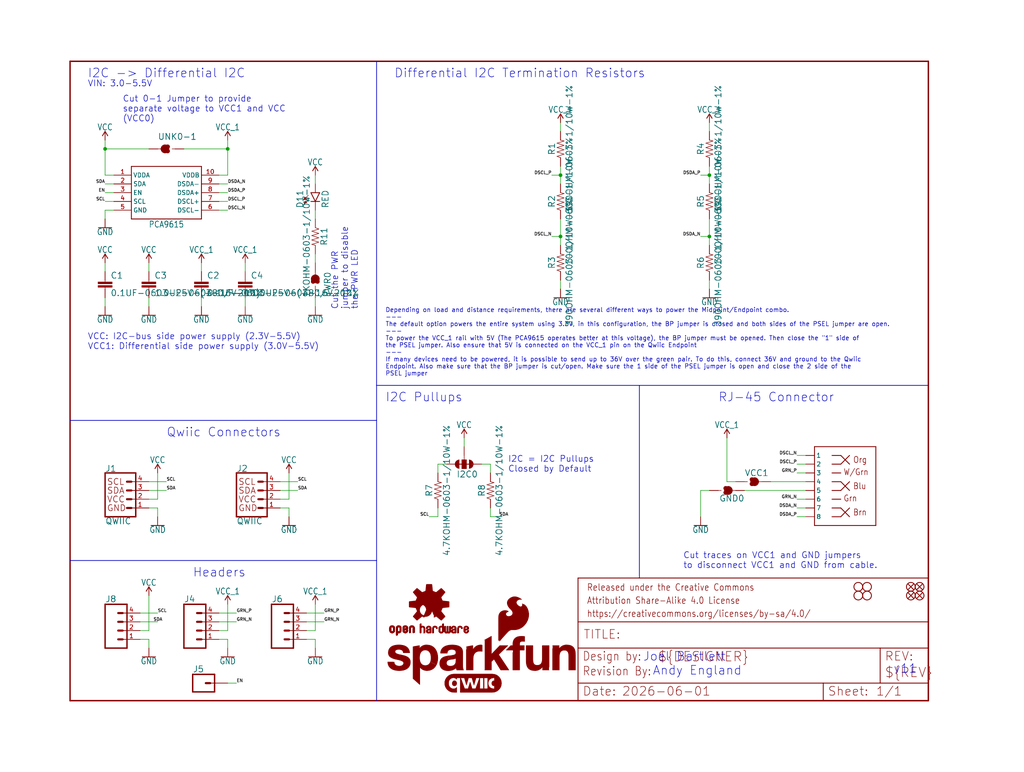
<source format=kicad_sch>
(kicad_sch (version 20230121) (generator eeschema)
  (paper "User" 297.002 223.926)
  (lib_symbols
    (symbol "SparkFun_QwiicBus_Endpoint-eagle-import:0.1UF-0603-25V-(+80/-20%)"
      (property "Reference" "C" (at 1.524 2.921 0))
      (symbol "0.1UF-0603-25V-(+80/-20%)_1_0"
        (pin passive line (at 0 5.08 270) (length 2.54) (name "1") (number "1"))
        (pin passive line (at 0 -2.54 90) (length 2.54) (name "2") (number "2"))
      )
    )
    (symbol "SparkFun_QwiicBus_Endpoint-eagle-import:1.0UF-0603-16V-10%"
      (property "Reference" "C" (at 1.524 2.921 0))
      (symbol "1.0UF-0603-16V-10%_1_0"
        (pin passive line (at 0 5.08 270) (length 2.54) (name "1") (number "1"))
        (pin passive line (at 0 -2.54 90) (length 2.54) (name "2") (number "2"))
      )
    )
    (symbol "SparkFun_QwiicBus_Endpoint-eagle-import:100OHM-0603-1/10W-1%"
      (property "Reference" "R" (at 0 1.524 0))
      (symbol "100OHM-0603-1/10W-1%_1_0"
        (pin passive line (at -5.08 0 0) (length 2.54) (name "1") (number "1"))
        (pin passive line (at 5.08 0 180) (length 2.54) (name "2") (number "2"))
      )
    )
    (symbol "SparkFun_QwiicBus_Endpoint-eagle-import:1KOHM-0603-1/10W-1%"
      (property "Reference" "R" (at 0 1.524 0))
      (symbol "1KOHM-0603-1/10W-1%_1_0"
        (pin passive line (at -5.08 0 0) (length 2.54) (name "1") (number "1"))
        (pin passive line (at 5.08 0 180) (length 2.54) (name "2") (number "2"))
      )
    )
    (symbol "SparkFun_QwiicBus_Endpoint-eagle-import:390OHM-0603-1/10W-1%"
      (property "Reference" "R" (at 0 1.524 0))
      (symbol "390OHM-0603-1/10W-1%_1_0"
        (pin passive line (at -5.08 0 0) (length 2.54) (name "1") (number "1"))
        (pin passive line (at 5.08 0 180) (length 2.54) (name "2") (number "2"))
      )
    )
    (symbol "SparkFun_QwiicBus_Endpoint-eagle-import:4.7KOHM-0603-1/10W-1%"
      (property "Reference" "R" (at 0 1.524 0))
      (symbol "4.7KOHM-0603-1/10W-1%_1_0"
        (pin passive line (at -5.08 0 0) (length 2.54) (name "1") (number "1"))
        (pin passive line (at 5.08 0 180) (length 2.54) (name "2") (number "2"))
      )
    )
    (symbol "SparkFun_QwiicBus_Endpoint-eagle-import:CONN_01PTH_NO_SILK_YES_STOP"
      (property "Reference" "J" (at -2.54 3.048 0))
      (symbol "CONN_01PTH_NO_SILK_YES_STOP_1_0"
        (pin passive line (at 7.62 0 180) (length 5.08) (name "1") (number "1"))
      )
    )
    (symbol "SparkFun_QwiicBus_Endpoint-eagle-import:CONN_041X04_NO_SILK"
      (property "Reference" "J" (at -5.08 8.128 0))
      (symbol "CONN_041X04_NO_SILK_1_0"
        (pin passive line (at 5.08 -2.54 180) (length 5.08) (name "1") (number "1"))
        (pin passive line (at 5.08 0 180) (length 5.08) (name "2") (number "2"))
        (pin passive line (at 5.08 2.54 180) (length 5.08) (name "3") (number "3"))
        (pin passive line (at 5.08 5.08 180) (length 5.08) (name "4") (number "4"))
      )
    )
    (symbol "SparkFun_QwiicBus_Endpoint-eagle-import:FIDUCIALUFIDUCIAL")
    (symbol "SparkFun_QwiicBus_Endpoint-eagle-import:FRAME-LETTER"
      (symbol "FRAME-LETTER_2_0"
        (text "${#}/${##}" (at 86.36 1.27 0) (effects (font (size 2.54 2.54)) (justify left bottom)))
        (text "${CURRENT_DATE}" (at 12.7 1.27 0) (effects (font (size 2.54 2.54)) (justify left bottom)))
        (text "${DESIGNER}" (at 23.114 11.176 0) (effects (font (size 2.7432 2.7432)) (justify left bottom)))
        (text "${PROJECTNAME}" (at 15.494 17.78 0) (effects (font (size 2.7432 2.7432)) (justify left bottom)))
        (text "${REV}" (at 88.9 6.604 0) (effects (font (size 2.7432 2.7432)) (justify left bottom)))
        (text "Attribution Share-Alike 4.0 License" (at 2.54 27.94 0) (effects (font (size 1.9304 1.6408)) (justify left bottom)))
        (text "Date:" (at 1.27 1.27 0) (effects (font (size 2.54 2.54)) (justify left bottom)))
        (text "Design by:" (at 1.27 11.43 0) (effects (font (size 2.54 2.159)) (justify left bottom)))
        (text "https://creativecommons.org/licenses/by-sa/4.0/" (at 2.54 24.13 0) (effects (font (size 1.9304 1.6408)) (justify left bottom)))
        (text "Released under the Creative Commons" (at 2.54 31.75 0) (effects (font (size 1.9304 1.6408)) (justify left bottom)))
        (text "REV:" (at 88.9 11.43 0) (effects (font (size 2.54 2.54)) (justify left bottom)))
        (text "Sheet:" (at 72.39 1.27 0) (effects (font (size 2.54 2.54)) (justify left bottom)))
        (text "TITLE:" (at 1.524 17.78 0) (effects (font (size 2.54 2.54)) (justify left bottom)))
      )
    )
    (symbol "SparkFun_QwiicBus_Endpoint-eagle-import:GND" (power)
      (property "Value" "GND" (at 0 -0.254 0))
      (symbol "GND_1_0"
        (pin power_in line (at 0 2.54 270) (length 2.54) (name "GND") (number "1"))
      )
    )
    (symbol "SparkFun_QwiicBus_Endpoint-eagle-import:JUMPER-SMT_2_NC_TRACE_SILK"
      (property "Reference" "JP" (at -2.54 2.54 0))
      (symbol "JUMPER-SMT_2_NC_TRACE_SILK_1_0"
        (pin passive line (at -5.08 0 0) (length 2.54) (name "1") (number "1"))
        (pin passive line (at 5.08 0 180) (length 2.54) (name "2") (number "2"))
      )
    )
    (symbol "SparkFun_QwiicBus_Endpoint-eagle-import:JUMPER-SMT_3_2-NC_TRACE_SILK"
      (property "Reference" "JP" (at 2.54 0.381 0))
      (symbol "JUMPER-SMT_3_2-NC_TRACE_SILK_1_0"
        (pin passive line (at 0 5.08 270) (length 2.54) (name "1") (number "1"))
        (pin passive line (at -5.08 0 0) (length 2.54) (name "2") (number "2"))
        (pin passive line (at 0 -5.08 90) (length 2.54) (name "3") (number "3"))
      )
    )
    (symbol "SparkFun_QwiicBus_Endpoint-eagle-import:LED-RED0603"
      (property "Reference" "D" (at -3.429 -4.572 90))
      (symbol "LED-RED0603_1_0"
        (pin passive line (at 0 2.54 270) (length 2.54) (name "A") (number "A"))
        (pin passive line (at 0 -5.08 90) (length 2.54) (name "C") (number "C"))
      )
    )
    (symbol "SparkFun_QwiicBus_Endpoint-eagle-import:OSHW-LOGOM")
    (symbol "SparkFun_QwiicBus_Endpoint-eagle-import:PCA9615"
      (symbol "PCA9615_1_0"
        (pin bidirectional line (at -15.24 5.08 0) (length 5.08) (name "VDDA") (number "1"))
        (pin bidirectional line (at 15.24 5.08 180) (length 5.08) (name "VDDB") (number "10"))
        (pin bidirectional line (at -15.24 2.54 0) (length 5.08) (name "SDA") (number "2"))
        (pin bidirectional line (at -15.24 0 0) (length 5.08) (name "EN") (number "3"))
        (pin bidirectional line (at -15.24 -2.54 0) (length 5.08) (name "SCL") (number "4"))
        (pin bidirectional line (at -15.24 -5.08 0) (length 5.08) (name "GND") (number "5"))
        (pin bidirectional line (at 15.24 -5.08 180) (length 5.08) (name "DSCL-") (number "6"))
        (pin bidirectional line (at 15.24 -2.54 180) (length 5.08) (name "DSCL+") (number "7"))
        (pin bidirectional line (at 15.24 0 180) (length 5.08) (name "DSDA+") (number "8"))
        (pin bidirectional line (at 15.24 2.54 180) (length 5.08) (name "DSDA-") (number "9"))
      )
    )
    (symbol "SparkFun_QwiicBus_Endpoint-eagle-import:QWIIC_CONNECTORJS-1MM"
      (property "Reference" "J" (at -5.08 7.874 0))
      (symbol "QWIIC_CONNECTORJS-1MM_1_0"
        (text "GND" (at -4.572 -2.54 0) (effects (font (size 1.778 1.778)) (justify left)))
        (text "SCL" (at -4.572 5.08 0) (effects (font (size 1.778 1.778)) (justify left)))
        (text "SDA" (at -4.572 2.54 0) (effects (font (size 1.778 1.778)) (justify left)))
        (text "VCC" (at -4.572 0 0) (effects (font (size 1.778 1.778)) (justify left)))
        (pin power_in line (at 7.62 -2.54 180) (length 5.08) (name "1") (number "1"))
        (pin power_in line (at 7.62 0 180) (length 5.08) (name "2") (number "2"))
        (pin passive line (at 7.62 2.54 180) (length 5.08) (name "3") (number "3"))
        (pin passive line (at 7.62 5.08 180) (length 5.08) (name "4") (number "4"))
      )
    )
    (symbol "SparkFun_QwiicBus_Endpoint-eagle-import:QWIIC_LOGO_4MM")
    (symbol "SparkFun_QwiicBus_Endpoint-eagle-import:REVISION"
      (symbol "REVISION_1_0"
        (text "Revision By:" (at 0 0 0) (effects (font (size 2.54 2.159)) (justify left bottom)))
      )
    )
    (symbol "SparkFun_QwiicBus_Endpoint-eagle-import:RJ45-8"
      (symbol "RJ45-8_1_0"
        (text "Blu" (at 6.096 -2.286 0) (effects (font (size 1.778 1.5113)) (justify left bottom)))
        (text "Brn" (at 6.096 -9.906 0) (effects (font (size 1.778 1.5113)) (justify left bottom)))
        (text "Grn" (at 3.302 -5.842 0) (effects (font (size 1.778 1.5113)) (justify left bottom)))
        (text "Org" (at 6.096 5.334 0) (effects (font (size 1.778 1.5113)) (justify left bottom)))
        (text "W/Grn" (at 3.302 1.778 0) (effects (font (size 1.778 1.5113)) (justify left bottom)))
        (pin bidirectional line (at -7.62 7.62 0) (length 2.54) (name "1") (number "1"))
        (pin bidirectional line (at -7.62 5.08 0) (length 2.54) (name "2") (number "2"))
        (pin bidirectional line (at -7.62 2.54 0) (length 2.54) (name "3") (number "3"))
        (pin bidirectional line (at -7.62 0 0) (length 2.54) (name "4") (number "4"))
        (pin bidirectional line (at -7.62 -2.54 0) (length 2.54) (name "5") (number "5"))
        (pin bidirectional line (at -7.62 -5.08 0) (length 2.54) (name "6") (number "6"))
        (pin bidirectional line (at -7.62 -7.62 0) (length 2.54) (name "7") (number "7"))
        (pin bidirectional line (at -7.62 -10.16 0) (length 2.54) (name "8") (number "8"))
      )
    )
    (symbol "SparkFun_QwiicBus_Endpoint-eagle-import:SFE_LOGO_FLAME.1_INCH")
    (symbol "SparkFun_QwiicBus_Endpoint-eagle-import:SFE_LOGO_NAME_FLAME.1_INCH")
    (symbol "SparkFun_QwiicBus_Endpoint-eagle-import:STAND-OFF")
    (symbol "SparkFun_QwiicBus_Endpoint-eagle-import:VCC" (power)
      (property "Value" "VCC" (at 0 2.794 0))
      (symbol "VCC_1_0"
        (pin power_in line (at 0 0 90) (length 2.54) (name "VCC") (number "1"))
      )
    )
    (symbol "SparkFun_QwiicBus_Endpoint-eagle-import:VCC_1" (power)
      (property "Value" "VCC_1" (at 0 2.794 0))
      (symbol "VCC_1_1_0"
        (pin power_in line (at 0 0 90) (length 2.54) (name "VCC_1") (number "1"))
      )
    )
  )
  (junction (at 205.74 50.8))
  (junction (at 66.04 43.18))
  (junction (at 30.48 43.18))
  (junction (at 162.56 68.58))
  (junction (at 162.56 50.8))
  (junction (at 205.74 68.58))
  (wire (pts (xy 43.18 182.88) (xy 43.18 172.72)) (stroke (width 0.1524)))
  (polyline (pts (xy 109.22 111.76) (xy 185.42 111.76)) (stroke (width 0.2032) (type solid)))
  (wire (pts (xy 205.74 142.24) (xy 203.2 142.24)) (stroke (width 0.1524)))
  (wire (pts (xy 40.64 177.8) (xy 45.72 177.8)) (stroke (width 0.1524)))
  (wire (pts (xy 81.28 147.32) (xy 83.82 147.32)) (stroke (width 0.1524)))
  (wire (pts (xy 43.18 144.78) (xy 45.72 144.78)) (stroke (width 0.1524)))
  (wire (pts (xy 30.48 43.18) (xy 30.48 50.8)) (stroke (width 0.1524)))
  (polyline (pts (xy 185.42 111.76) (xy 269.24 111.76)) (stroke (width 0.2032) (type solid)))
  (wire (pts (xy 91.44 50.8) (xy 91.44 53.34)) (stroke (width 0.1524)))
  (polyline (pts (xy 109.22 121.92) (xy 109.22 162.56)) (stroke (width 0.2032) (type solid)))
  (wire (pts (xy 71.12 76.2) (xy 71.12 78.74)) (stroke (width 0.1524)))
  (wire (pts (xy 233.68 134.62) (xy 231.14 134.62)) (stroke (width 0.1524)))
  (wire (pts (xy 66.04 50.8) (xy 63.5 50.8)) (stroke (width 0.1524)))
  (wire (pts (xy 66.04 185.42) (xy 66.04 187.96)) (stroke (width 0.1524)))
  (wire (pts (xy 162.56 71.12) (xy 162.56 68.58)) (stroke (width 0.1524)))
  (wire (pts (xy 33.02 53.34) (xy 30.48 53.34)) (stroke (width 0.1524)))
  (wire (pts (xy 142.24 134.62) (xy 139.7 134.62)) (stroke (width 0.1524)))
  (polyline (pts (xy 185.42 111.76) (xy 185.42 167.64)) (stroke (width 0.2032) (type solid)))
  (wire (pts (xy 66.04 182.88) (xy 66.04 175.26)) (stroke (width 0.1524)))
  (polyline (pts (xy 109.22 162.56) (xy 20.32 162.56)) (stroke (width 0.2032) (type solid)))
  (wire (pts (xy 233.68 144.78) (xy 231.14 144.78)) (stroke (width 0.1524)))
  (wire (pts (xy 66.04 198.12) (xy 68.58 198.12)) (stroke (width 0.1524)))
  (polyline (pts (xy 109.22 121.92) (xy 109.22 111.76)) (stroke (width 0.2032) (type solid)))
  (wire (pts (xy 127 134.62) (xy 129.54 134.62)) (stroke (width 0.1524)))
  (wire (pts (xy 66.04 40.64) (xy 66.04 43.18)) (stroke (width 0.1524)))
  (wire (pts (xy 91.44 60.96) (xy 91.44 63.5)) (stroke (width 0.1524)))
  (wire (pts (xy 63.5 182.88) (xy 66.04 182.88)) (stroke (width 0.1524)))
  (wire (pts (xy 205.74 50.8) (xy 205.74 48.26)) (stroke (width 0.1524)))
  (wire (pts (xy 124.46 149.86) (xy 127 149.86)) (stroke (width 0.1524)))
  (wire (pts (xy 40.64 180.34) (xy 45.72 180.34)) (stroke (width 0.1524)))
  (wire (pts (xy 88.9 182.88) (xy 91.44 182.88)) (stroke (width 0.1524)))
  (wire (pts (xy 134.62 127) (xy 134.62 129.54)) (stroke (width 0.1524)))
  (wire (pts (xy 91.44 185.42) (xy 91.44 187.96)) (stroke (width 0.1524)))
  (wire (pts (xy 30.48 76.2) (xy 30.48 78.74)) (stroke (width 0.1524)))
  (wire (pts (xy 58.42 88.9) (xy 58.42 86.36)) (stroke (width 0.1524)))
  (wire (pts (xy 162.56 35.56) (xy 162.56 38.1)) (stroke (width 0.1524)))
  (wire (pts (xy 233.68 132.08) (xy 231.14 132.08)) (stroke (width 0.1524)))
  (wire (pts (xy 30.48 43.18) (xy 43.18 43.18)) (stroke (width 0.1524)))
  (polyline (pts (xy 109.22 162.56) (xy 109.22 203.2)) (stroke (width 0.2032) (type solid)))
  (wire (pts (xy 205.74 50.8) (xy 203.2 50.8)) (stroke (width 0.1524)))
  (polyline (pts (xy 109.22 17.78) (xy 109.22 111.76)) (stroke (width 0.2032) (type solid)))
  (wire (pts (xy 33.02 55.88) (xy 30.48 55.88)) (stroke (width 0.1524)))
  (wire (pts (xy 223.52 139.7) (xy 233.68 139.7)) (stroke (width 0.1524)))
  (wire (pts (xy 63.5 60.96) (xy 66.04 60.96)) (stroke (width 0.1524)))
  (wire (pts (xy 210.82 127) (xy 210.82 139.7)) (stroke (width 0.1524)))
  (wire (pts (xy 88.9 177.8) (xy 93.98 177.8)) (stroke (width 0.1524)))
  (wire (pts (xy 81.28 139.7) (xy 86.36 139.7)) (stroke (width 0.1524)))
  (wire (pts (xy 142.24 137.16) (xy 142.24 134.62)) (stroke (width 0.1524)))
  (wire (pts (xy 144.78 149.86) (xy 142.24 149.86)) (stroke (width 0.1524)))
  (wire (pts (xy 91.44 76.2) (xy 91.44 73.66)) (stroke (width 0.1524)))
  (wire (pts (xy 205.74 68.58) (xy 203.2 68.58)) (stroke (width 0.1524)))
  (wire (pts (xy 205.74 83.82) (xy 205.74 81.28)) (stroke (width 0.1524)))
  (wire (pts (xy 45.72 144.78) (xy 45.72 137.16)) (stroke (width 0.1524)))
  (wire (pts (xy 142.24 149.86) (xy 142.24 147.32)) (stroke (width 0.1524)))
  (wire (pts (xy 66.04 43.18) (xy 66.04 50.8)) (stroke (width 0.1524)))
  (wire (pts (xy 63.5 58.42) (xy 66.04 58.42)) (stroke (width 0.1524)))
  (wire (pts (xy 215.9 142.24) (xy 233.68 142.24)) (stroke (width 0.1524)))
  (wire (pts (xy 91.44 182.88) (xy 91.44 175.26)) (stroke (width 0.1524)))
  (wire (pts (xy 162.56 68.58) (xy 160.02 68.58)) (stroke (width 0.1524)))
  (wire (pts (xy 63.5 53.34) (xy 66.04 53.34)) (stroke (width 0.1524)))
  (wire (pts (xy 91.44 86.36) (xy 91.44 88.9)) (stroke (width 0.1524)))
  (wire (pts (xy 33.02 58.42) (xy 30.48 58.42)) (stroke (width 0.1524)))
  (wire (pts (xy 205.74 71.12) (xy 205.74 68.58)) (stroke (width 0.1524)))
  (wire (pts (xy 233.68 137.16) (xy 231.14 137.16)) (stroke (width 0.1524)))
  (wire (pts (xy 88.9 185.42) (xy 91.44 185.42)) (stroke (width 0.1524)))
  (wire (pts (xy 40.64 182.88) (xy 43.18 182.88)) (stroke (width 0.1524)))
  (wire (pts (xy 33.02 60.96) (xy 30.48 60.96)) (stroke (width 0.1524)))
  (wire (pts (xy 83.82 144.78) (xy 83.82 137.16)) (stroke (width 0.1524)))
  (wire (pts (xy 233.68 147.32) (xy 231.14 147.32)) (stroke (width 0.1524)))
  (wire (pts (xy 233.68 149.86) (xy 231.14 149.86)) (stroke (width 0.1524)))
  (wire (pts (xy 45.72 147.32) (xy 45.72 149.86)) (stroke (width 0.1524)))
  (wire (pts (xy 162.56 68.58) (xy 162.56 63.5)) (stroke (width 0.1524)))
  (wire (pts (xy 63.5 185.42) (xy 66.04 185.42)) (stroke (width 0.1524)))
  (wire (pts (xy 205.74 53.34) (xy 205.74 50.8)) (stroke (width 0.1524)))
  (wire (pts (xy 162.56 53.34) (xy 162.56 50.8)) (stroke (width 0.1524)))
  (wire (pts (xy 63.5 55.88) (xy 66.04 55.88)) (stroke (width 0.1524)))
  (wire (pts (xy 71.12 88.9) (xy 71.12 86.36)) (stroke (width 0.1524)))
  (wire (pts (xy 127 149.86) (xy 127 147.32)) (stroke (width 0.1524)))
  (wire (pts (xy 205.74 68.58) (xy 205.74 63.5)) (stroke (width 0.1524)))
  (wire (pts (xy 30.48 40.64) (xy 30.48 43.18)) (stroke (width 0.1524)))
  (wire (pts (xy 30.48 50.8) (xy 33.02 50.8)) (stroke (width 0.1524)))
  (wire (pts (xy 43.18 76.2) (xy 43.18 78.74)) (stroke (width 0.1524)))
  (wire (pts (xy 162.56 83.82) (xy 162.56 81.28)) (stroke (width 0.1524)))
  (wire (pts (xy 43.18 185.42) (xy 43.18 187.96)) (stroke (width 0.1524)))
  (wire (pts (xy 83.82 147.32) (xy 83.82 149.86)) (stroke (width 0.1524)))
  (wire (pts (xy 43.18 139.7) (xy 48.26 139.7)) (stroke (width 0.1524)))
  (wire (pts (xy 58.42 76.2) (xy 58.42 78.74)) (stroke (width 0.1524)))
  (wire (pts (xy 162.56 50.8) (xy 160.02 50.8)) (stroke (width 0.1524)))
  (wire (pts (xy 53.34 43.18) (xy 66.04 43.18)) (stroke (width 0.1524)))
  (wire (pts (xy 205.74 35.56) (xy 205.74 38.1)) (stroke (width 0.1524)))
  (wire (pts (xy 63.5 180.34) (xy 68.58 180.34)) (stroke (width 0.1524)))
  (wire (pts (xy 210.82 139.7) (xy 213.36 139.7)) (stroke (width 0.1524)))
  (polyline (pts (xy 109.22 121.92) (xy 20.32 121.92)) (stroke (width 0.2032) (type solid)))
  (wire (pts (xy 30.48 88.9) (xy 30.48 86.36)) (stroke (width 0.1524)))
  (wire (pts (xy 30.48 60.96) (xy 30.48 63.5)) (stroke (width 0.1524)))
  (wire (pts (xy 43.18 142.24) (xy 48.26 142.24)) (stroke (width 0.1524)))
  (wire (pts (xy 40.64 185.42) (xy 43.18 185.42)) (stroke (width 0.1524)))
  (wire (pts (xy 43.18 147.32) (xy 45.72 147.32)) (stroke (width 0.1524)))
  (wire (pts (xy 43.18 88.9) (xy 43.18 86.36)) (stroke (width 0.1524)))
  (wire (pts (xy 203.2 142.24) (xy 203.2 149.86)) (stroke (width 0.1524)))
  (wire (pts (xy 81.28 142.24) (xy 86.36 142.24)) (stroke (width 0.1524)))
  (wire (pts (xy 162.56 50.8) (xy 162.56 48.26)) (stroke (width 0.1524)))
  (wire (pts (xy 127 137.16) (xy 127 134.62)) (stroke (width 0.1524)))
  (wire (pts (xy 88.9 180.34) (xy 93.98 180.34)) (stroke (width 0.1524)))
  (wire (pts (xy 81.28 144.78) (xy 83.82 144.78)) (stroke (width 0.1524)))
  (wire (pts (xy 63.5 177.8) (xy 68.58 177.8)) (stroke (width 0.1524)))
  (text "VCC: I2C-bus side power supply (2.3V-5.5V)\nVCC1: Differential side power supply (3.0V-5.5V)" (at 25.4 101.6 0) (effects (font (size 1.778 1.778)) (justify left bottom)))
  (text "I2C -> Differential I2C" (at 25.4 22.86 0) (effects (font (size 2.54 2.54)) (justify left bottom)))
  (text "Differential I2C Termination Resistors" (at 114.3 22.86 0) (effects (font (size 2.54 2.54)) (justify left bottom)))
  (text "VIN: 3.0-5.5V" (at 25.4 25.4 0) (effects (font (size 1.778 1.778)) (justify left bottom)))
  (text "Joel Bartlett" (at 186.436 192.024 0) (effects (font (size 2.54 2.54)) (justify left bottom)))
  (text "Depending on load and distance requirements, there are several different ways to power the Midpoint/Endpoint combo.\n---\nThe default option powers the entire system using 3.3V, in this configuration, the BP jumper is closed and both sides of the PSEL jumper are open.\n---\nTo power the VCC_1 rail with 5V (The PCA9615 operates better at this voltage), the BP jumper must be opened. Then close the \"1\" side of\nthe PSEL jumper. Also ensure that 5V is connected on the VCC_1 pin on the Qwiic Endpoint\n---\nIf many devices need to be powered, it is possible to send up to 36V over the green pair. To do this, connect 36V and ground to the Qwiic\nEndpoint. Also make sure that the BP jumper is cut/open. Make sure the 1 side of the PSEL jumper is open and close the 2 side of the\nPSEL jumper" (at 111.76 109.22 0) (effects (font (size 1.27 1.27)) (justify left bottom)))
  (text "v11" (at 259.08 195.58 0) (effects (font (size 2.54 2.54)) (justify left bottom)))
  (text "RJ-45 Connector" (at 208.28 116.84 0) (effects (font (size 2.54 2.54)) (justify left bottom)))
  (text "Headers" (at 55.88 167.64 0) (effects (font (size 2.54 2.54)) (justify left bottom)))
  (text "Qwiic Connectors" (at 48.26 127 0) (effects (font (size 2.54 2.54)) (justify left bottom)))
  (text "Cut traces on VCC1 and GND jumpers\nto disconnect VCC1 and GND from cable." (at 198.12 165.1 0) (effects (font (size 1.778 1.778)) (justify left bottom)))
  (text "Cut 0-1 Jumper to provide\nseparate voltage to VCC1 and VCC\n(VCC0)" (at 35.56 35.56 0) (effects (font (size 1.778 1.778)) (justify left bottom)))
  (text "Cut the PWR\njumper to disable\nthe PWR LED" (at 103.886 89.916 90) (effects (font (size 1.778 1.778)) (justify left bottom)))
  (text "I2C Pullups" (at 111.76 116.84 0) (effects (font (size 2.54 2.54)) (justify left bottom)))
  (text "Andy England" (at 189.23 196.088 0) (effects (font (size 2.54 2.54)) (justify left bottom)))
  (text "I2C = I2C Pullups\nClosed by Default" (at 147.32 137.16 0) (effects (font (size 1.778 1.778)) (justify left bottom)))
  (label "DSCL_P" (at 231.14 134.62 180) (effects (font (size 0.889 0.889))))
  (label "GRN_P" (at 231.14 137.16 180) (effects (font (size 0.889 0.889))))
  (label "DSDA_P" (at 203.2 50.8 180) (effects (font (size 0.889 0.889))))
  (label "DSDA_N" (at 66.04 53.34 0) (effects (font (size 0.889 0.889))))
  (label "GRN_N" (at 231.14 144.78 180) (effects (font (size 0.889 0.889))))
  (label "GRN_N" (at 68.58 180.34 0) (effects (font (size 0.889 0.889))))
  (label "DSCL_P" (at 160.02 50.8 180) (effects (font (size 0.889 0.889))))
  (label "GRN_N" (at 93.98 180.34 0) (effects (font (size 0.889 0.889))))
  (label "SDA" (at 48.26 142.24 0) (effects (font (size 0.889 0.889))))
  (label "DSDA_N" (at 231.14 147.32 180) (effects (font (size 0.889 0.889))))
  (label "SCL" (at 86.36 139.7 0) (effects (font (size 0.889 0.889))))
  (label "DSDA_N" (at 203.2 68.58 180) (effects (font (size 0.889 0.889))))
  (label "SCL" (at 124.46 149.86 180) (effects (font (size 0.889 0.889))))
  (label "EN" (at 68.58 198.12 0) (effects (font (size 0.889 0.889))))
  (label "SDA" (at 30.48 53.34 180) (effects (font (size 0.889 0.889))))
  (label "EN" (at 30.48 55.88 180) (effects (font (size 0.889 0.889))))
  (label "GRN_P" (at 68.58 177.8 0) (effects (font (size 0.889 0.889))))
  (label "DSCL_P" (at 66.04 58.42 0) (effects (font (size 0.889 0.889))))
  (label "SCL" (at 30.48 58.42 180) (effects (font (size 0.889 0.889))))
  (label "SCL" (at 45.72 177.8 0) (effects (font (size 0.889 0.889))))
  (label "SDA" (at 44.45 180.34 0) (effects (font (size 0.889 0.889))))
  (label "SDA" (at 144.78 149.86 0) (effects (font (size 0.889 0.889))))
  (label "GRN_P" (at 93.98 177.8 0) (effects (font (size 0.889 0.889))))
  (label "DSCL_N" (at 160.02 68.58 180) (effects (font (size 0.889 0.889))))
  (label "SDA" (at 86.36 142.24 0) (effects (font (size 0.889 0.889))))
  (label "DSDA_P" (at 66.04 55.88 0) (effects (font (size 0.889 0.889))))
  (label "DSCL_N" (at 231.14 132.08 180) (effects (font (size 0.889 0.889))))
  (label "DSDA_P" (at 231.14 149.86 180) (effects (font (size 0.889 0.889))))
  (label "SCL" (at 48.26 139.7 0) (effects (font (size 0.889 0.889))))
  (label "DSCL_N" (at 66.04 60.96 0) (effects (font (size 0.889 0.889))))
  (symbol (lib_id "SparkFun_QwiicBus_Endpoint-eagle-import:VCC_1") (at 91.44 175.26 0) (unit 1)
    (property "Reference" "#SUPPLY16" (effects hide))
    (property "Value" "VCC_1" (at 91.44 172.466 0) (effects (font (size 1.778 1.5113)) (justify bottom)))
  )
  (symbol (lib_id "SparkFun_QwiicBus_Endpoint-eagle-import:VCC_1") (at 71.12 76.2 0) (unit 1)
    (property "Reference" "#SUPPLY15" (effects hide))
    (property "Value" "VCC_1" (at 71.12 73.406 0) (effects (font (size 1.778 1.5113)) (justify bottom)))
  )
  (symbol (lib_id "SparkFun_QwiicBus_Endpoint-eagle-import:REVISION") (at 168.91 196.088 0) (unit 1)
    (property "Reference" "LOGO2" (effects hide))
    (property "Value" "REVISION" (effects hide))
    (property "Footprint" "SparkFun_QwiicBus_Endpoint:REVISION" (effects hide))
  )
  (symbol (lib_id "SparkFun_QwiicBus_Endpoint-eagle-import:JUMPER-SMT_2_NC_TRACE_SILK") (at 218.44 139.7 0) (unit 1)
    (property "Reference" "VCC1" (at 215.9 138.176 0) (effects (font (size 1.778 1.778)) (justify left bottom)))
    (property "Value" "JUMPER-SMT_2_NC_TRACE_SILK" (effects hide))
    (property "Footprint" "SparkFun_QwiicBus_Endpoint:SMT-JUMPER_2_NC_TRACE_SILK" (effects hide))
  )
  (symbol (lib_id "SparkFun_QwiicBus_Endpoint-eagle-import:GND") (at 58.42 91.44 0) (unit 1)
    (property "Reference" "#GND8" (effects hide))
    (property "Value" "GND" (at 58.42 91.694 0) (effects (font (size 1.778 1.5113)) (justify top)))
  )
  (symbol (lib_id "SparkFun_QwiicBus_Endpoint-eagle-import:GND") (at 91.44 190.5 0) (unit 1)
    (property "Reference" "#GND13" (effects hide))
    (property "Value" "GND" (at 91.44 190.754 0) (effects (font (size 1.778 1.5113)) (justify top)))
  )
  (symbol (lib_id "SparkFun_QwiicBus_Endpoint-eagle-import:GND") (at 30.48 91.44 0) (unit 1)
    (property "Reference" "#GND6" (effects hide))
    (property "Value" "GND" (at 30.48 91.694 0) (effects (font (size 1.778 1.5113)) (justify top)))
  )
  (symbol (lib_id "SparkFun_QwiicBus_Endpoint-eagle-import:GND") (at 83.82 152.4 0) (unit 1)
    (property "Reference" "#GND2" (effects hide))
    (property "Value" "GND" (at 83.82 152.654 0) (effects (font (size 1.778 1.5113)) (justify top)))
  )
  (symbol (lib_id "SparkFun_QwiicBus_Endpoint-eagle-import:QWIIC_LOGO_4MM") (at 137.16 198.12 0) (unit 1)
    (property "Reference" "LOGO3" (effects hide))
    (property "Value" "QWIIC_LOGO_4MM" (effects hide))
    (property "Footprint" "SparkFun_QwiicBus_Endpoint:QWIIC_4MM" (effects hide))
  )
  (symbol (lib_id "SparkFun_QwiicBus_Endpoint-eagle-import:JUMPER-SMT_2_NC_TRACE_SILK") (at 91.44 81.28 90) (unit 1)
    (property "Reference" "PWR0" (at 93.98 78.74 0) (effects (font (size 1.778 1.778)) (justify right top)))
    (property "Value" "JUMPER-SMT_2_NC_TRACE_SILK" (effects hide))
    (property "Footprint" "SparkFun_QwiicBus_Endpoint:SMT-JUMPER_2_NC_TRACE_SILK" (effects hide))
  )
  (symbol (lib_id "SparkFun_QwiicBus_Endpoint-eagle-import:VCC_1") (at 162.56 35.56 0) (unit 1)
    (property "Reference" "#SUPPLY11" (effects hide))
    (property "Value" "VCC_1" (at 162.56 32.766 0) (effects (font (size 1.778 1.5113)) (justify bottom)))
  )
  (symbol (lib_id "SparkFun_QwiicBus_Endpoint-eagle-import:390OHM-0603-1/10W-1%") (at 162.56 43.18 90) (unit 1)
    (property "Reference" "R1" (at 161.036 43.18 0) (effects (font (size 1.778 1.778)) (justify bottom)))
    (property "Value" "390OHM-0603-1/10W-1%" (at 164.084 43.18 0) (effects (font (size 1.778 1.778)) (justify top)))
    (property "Footprint" "SparkFun_QwiicBus_Endpoint:0603" (effects hide))
  )
  (symbol (lib_id "SparkFun_QwiicBus_Endpoint-eagle-import:GND") (at 45.72 152.4 0) (unit 1)
    (property "Reference" "#GND1" (effects hide))
    (property "Value" "GND" (at 45.72 152.654 0) (effects (font (size 1.778 1.5113)) (justify top)))
  )
  (symbol (lib_id "SparkFun_QwiicBus_Endpoint-eagle-import:GND") (at 91.44 91.44 0) (unit 1)
    (property "Reference" "#GND18" (effects hide))
    (property "Value" "GND" (at 91.44 91.694 0) (effects (font (size 1.778 1.5113)) (justify top)))
  )
  (symbol (lib_id "SparkFun_QwiicBus_Endpoint-eagle-import:4.7KOHM-0603-1/10W-1%") (at 142.24 142.24 90) (unit 1)
    (property "Reference" "R8" (at 140.716 142.24 0) (effects (font (size 1.778 1.778)) (justify bottom)))
    (property "Value" "4.7KOHM-0603-1/10W-1%" (at 143.764 142.24 0) (effects (font (size 1.778 1.778)) (justify top)))
    (property "Footprint" "SparkFun_QwiicBus_Endpoint:0603" (effects hide))
  )
  (symbol (lib_id "SparkFun_QwiicBus_Endpoint-eagle-import:STAND-OFF") (at 251.46 172.72 0) (unit 1)
    (property "Reference" "H3" (effects hide))
    (property "Value" "STAND-OFF" (effects hide))
    (property "Footprint" "SparkFun_QwiicBus_Endpoint:STAND-OFF" (effects hide))
  )
  (symbol (lib_id "SparkFun_QwiicBus_Endpoint-eagle-import:CONN_041X04_NO_SILK") (at 58.42 182.88 0) (unit 1)
    (property "Reference" "J4" (at 53.34 174.752 0) (effects (font (size 1.778 1.778)) (justify left bottom)))
    (property "Value" "CONN_041X04_NO_SILK" (effects hide))
    (property "Footprint" "SparkFun_QwiicBus_Endpoint:1X04_NO_SILK" (effects hide))
  )
  (symbol (lib_id "SparkFun_QwiicBus_Endpoint-eagle-import:PCA9615") (at 48.26 55.88 0) (unit 1)
    (property "Reference" "U1" (effects hide))
    (property "Value" "PCA9615" (at 48.26 66.04 0) (effects (font (size 1.778 1.5113)) (justify bottom)))
    (property "Footprint" "SparkFun_QwiicBus_Endpoint:TSSOP10" (effects hide))
  )
  (symbol (lib_id "SparkFun_QwiicBus_Endpoint-eagle-import:GND") (at 30.48 66.04 0) (unit 1)
    (property "Reference" "#GND3" (effects hide))
    (property "Value" "GND" (at 30.48 66.294 0) (effects (font (size 1.778 1.5113)) (justify top)))
  )
  (symbol (lib_id "SparkFun_QwiicBus_Endpoint-eagle-import:GND") (at 205.74 86.36 0) (unit 1)
    (property "Reference" "#GND5" (effects hide))
    (property "Value" "GND" (at 205.74 86.614 0) (effects (font (size 1.778 1.5113)) (justify top)))
  )
  (symbol (lib_id "SparkFun_QwiicBus_Endpoint-eagle-import:VCC_1") (at 66.04 40.64 0) (unit 1)
    (property "Reference" "#SUPPLY10" (effects hide))
    (property "Value" "VCC_1" (at 66.04 37.846 0) (effects (font (size 1.778 1.5113)) (justify bottom)))
  )
  (symbol (lib_id "SparkFun_QwiicBus_Endpoint-eagle-import:100OHM-0603-1/10W-1%") (at 162.56 58.42 90) (unit 1)
    (property "Reference" "R2" (at 161.036 58.42 0) (effects (font (size 1.778 1.778)) (justify bottom)))
    (property "Value" "100OHM-0603-1/10W-1%" (at 164.084 58.42 0) (effects (font (size 1.778 1.778)) (justify top)))
    (property "Footprint" "SparkFun_QwiicBus_Endpoint:0603" (effects hide))
  )
  (symbol (lib_id "SparkFun_QwiicBus_Endpoint-eagle-import:FIDUCIALUFIDUCIAL") (at 266.7 172.72 0) (unit 1)
    (property "Reference" "FD2" (effects hide))
    (property "Value" "FIDUCIALUFIDUCIAL" (effects hide))
    (property "Footprint" "SparkFun_QwiicBus_Endpoint:FIDUCIAL-MICRO" (effects hide))
  )
  (symbol (lib_id "SparkFun_QwiicBus_Endpoint-eagle-import:CONN_01PTH_NO_SILK_YES_STOP") (at 58.42 198.12 0) (unit 1)
    (property "Reference" "J5" (at 55.88 195.072 0) (effects (font (size 1.778 1.778)) (justify left bottom)))
    (property "Value" "CONN_01PTH_NO_SILK_YES_STOP" (effects hide))
    (property "Footprint" "SparkFun_QwiicBus_Endpoint:1X01_NO_SILK" (effects hide))
  )
  (symbol (lib_id "SparkFun_QwiicBus_Endpoint-eagle-import:CONN_041X04_NO_SILK") (at 35.56 182.88 0) (unit 1)
    (property "Reference" "J8" (at 30.48 174.752 0) (effects (font (size 1.778 1.778)) (justify left bottom)))
    (property "Value" "CONN_041X04_NO_SILK" (effects hide))
    (property "Footprint" "SparkFun_QwiicBus_Endpoint:1X04_NO_SILK" (effects hide))
  )
  (symbol (lib_id "SparkFun_QwiicBus_Endpoint-eagle-import:100OHM-0603-1/10W-1%") (at 205.74 58.42 90) (unit 1)
    (property "Reference" "R5" (at 204.216 58.42 0) (effects (font (size 1.778 1.778)) (justify bottom)))
    (property "Value" "100OHM-0603-1/10W-1%" (at 207.264 58.42 0) (effects (font (size 1.778 1.778)) (justify top)))
    (property "Footprint" "SparkFun_QwiicBus_Endpoint:0603" (effects hide))
  )
  (symbol (lib_id "SparkFun_QwiicBus_Endpoint-eagle-import:VCC_1") (at 205.74 35.56 0) (unit 1)
    (property "Reference" "#SUPPLY12" (effects hide))
    (property "Value" "VCC_1" (at 205.74 32.766 0) (effects (font (size 1.778 1.5113)) (justify bottom)))
  )
  (symbol (lib_id "SparkFun_QwiicBus_Endpoint-eagle-import:GND") (at 66.04 190.5 0) (unit 1)
    (property "Reference" "#GND12" (effects hide))
    (property "Value" "GND" (at 66.04 190.754 0) (effects (font (size 1.778 1.5113)) (justify top)))
  )
  (symbol (lib_id "SparkFun_QwiicBus_Endpoint-eagle-import:390OHM-0603-1/10W-1%") (at 205.74 43.18 90) (unit 1)
    (property "Reference" "R4" (at 204.216 43.18 0) (effects (font (size 1.778 1.778)) (justify bottom)))
    (property "Value" "390OHM-0603-1/10W-1%" (at 207.264 43.18 0) (effects (font (size 1.778 1.778)) (justify top)))
    (property "Footprint" "SparkFun_QwiicBus_Endpoint:0603" (effects hide))
  )
  (symbol (lib_id "SparkFun_QwiicBus_Endpoint-eagle-import:GND") (at 71.12 91.44 0) (unit 1)
    (property "Reference" "#GND9" (effects hide))
    (property "Value" "GND" (at 71.12 91.694 0) (effects (font (size 1.778 1.5113)) (justify top)))
  )
  (symbol (lib_id "SparkFun_QwiicBus_Endpoint-eagle-import:STAND-OFF") (at 248.92 172.72 0) (unit 1)
    (property "Reference" "H4" (effects hide))
    (property "Value" "STAND-OFF" (effects hide))
    (property "Footprint" "SparkFun_QwiicBus_Endpoint:STAND-OFF" (effects hide))
  )
  (symbol (lib_id "SparkFun_QwiicBus_Endpoint-eagle-import:0.1UF-0603-25V-(+80/-20%)") (at 30.48 83.82 0) (unit 1)
    (property "Reference" "C1" (at 32.004 80.899 0) (effects (font (size 1.778 1.778)) (justify left bottom)))
    (property "Value" "0.1UF-0603-25V-(+80/-20%)" (at 32.004 85.979 0) (effects (font (size 1.778 1.778)) (justify left bottom)))
    (property "Footprint" "SparkFun_QwiicBus_Endpoint:0603" (effects hide))
  )
  (symbol (lib_id "SparkFun_QwiicBus_Endpoint-eagle-import:0.1UF-0603-25V-(+80/-20%)") (at 58.42 83.82 0) (unit 1)
    (property "Reference" "C2" (at 59.944 80.899 0) (effects (font (size 1.778 1.778)) (justify left bottom)))
    (property "Value" "0.1UF-0603-25V-(+80/-20%)" (at 59.944 85.979 0) (effects (font (size 1.778 1.778)) (justify left bottom)))
    (property "Footprint" "SparkFun_QwiicBus_Endpoint:0603" (effects hide))
  )
  (symbol (lib_id "SparkFun_QwiicBus_Endpoint-eagle-import:VCC") (at 134.62 127 0) (unit 1)
    (property "Reference" "#SUPPLY7" (effects hide))
    (property "Value" "VCC" (at 134.62 124.206 0) (effects (font (size 1.778 1.5113)) (justify bottom)))
  )
  (symbol (lib_id "SparkFun_QwiicBus_Endpoint-eagle-import:VCC_1") (at 66.04 175.26 0) (unit 1)
    (property "Reference" "#SUPPLY3" (effects hide))
    (property "Value" "VCC_1" (at 66.04 172.466 0) (effects (font (size 1.778 1.5113)) (justify bottom)))
  )
  (symbol (lib_id "SparkFun_QwiicBus_Endpoint-eagle-import:GND") (at 203.2 152.4 0) (unit 1)
    (property "Reference" "#GND10" (effects hide))
    (property "Value" "GND" (at 203.2 152.654 0) (effects (font (size 1.778 1.5113)) (justify top)))
  )
  (symbol (lib_id "SparkFun_QwiicBus_Endpoint-eagle-import:QWIIC_CONNECTORJS-1MM") (at 35.56 144.78 0) (unit 1)
    (property "Reference" "J1" (at 30.48 136.906 0) (effects (font (size 1.778 1.778)) (justify left bottom)))
    (property "Value" "QWIIC" (at 30.48 150.114 0) (effects (font (size 1.778 1.778)) (justify left top)))
    (property "Footprint" "SparkFun_QwiicBus_Endpoint:JST04_1MM_RA" (effects hide))
  )
  (symbol (lib_id "SparkFun_QwiicBus_Endpoint-eagle-import:390OHM-0603-1/10W-1%") (at 205.74 76.2 90) (unit 1)
    (property "Reference" "R6" (at 204.216 76.2 0) (effects (font (size 1.778 1.778)) (justify bottom)))
    (property "Value" "390OHM-0603-1/10W-1%" (at 207.264 76.2 0) (effects (font (size 1.778 1.778)) (justify top)))
    (property "Footprint" "SparkFun_QwiicBus_Endpoint:0603" (effects hide))
  )
  (symbol (lib_id "SparkFun_QwiicBus_Endpoint-eagle-import:JUMPER-SMT_3_2-NC_TRACE_SILK") (at 134.62 134.62 270) (unit 1)
    (property "Reference" "I2C0" (at 132.334 138.557 90) (effects (font (size 1.778 1.778)) (justify left bottom)))
    (property "Value" "JUMPER-SMT_3_2-NC_TRACE_SILK" (effects hide))
    (property "Footprint" "SparkFun_QwiicBus_Endpoint:SMT-JUMPER_3_2-NC_TRACE_SILK" (effects hide))
  )
  (symbol (lib_id "SparkFun_QwiicBus_Endpoint-eagle-import:VCC_1") (at 210.82 127 0) (unit 1)
    (property "Reference" "#SUPPLY13" (effects hide))
    (property "Value" "VCC_1" (at 210.82 124.206 0) (effects (font (size 1.778 1.5113)) (justify bottom)))
  )
  (symbol (lib_id "SparkFun_QwiicBus_Endpoint-eagle-import:JUMPER-SMT_2_NC_TRACE_SILK") (at 48.26 43.18 180) (unit 1)
    (property "Reference" "UNK0-1" (at 45.72 40.64 0) (effects (font (size 1.778 1.778)) (justify right top)))
    (property "Value" "JUMPER-SMT_2_NC_TRACE_SILK" (effects hide))
    (property "Footprint" "SparkFun_QwiicBus_Endpoint:SMT-JUMPER_2_NC_TRACE_SILK" (effects hide))
  )
  (symbol (lib_id "SparkFun_QwiicBus_Endpoint-eagle-import:FIDUCIALUFIDUCIAL") (at 266.7 170.18 0) (unit 1)
    (property "Reference" "FD1" (effects hide))
    (property "Value" "FIDUCIALUFIDUCIAL" (effects hide))
    (property "Footprint" "SparkFun_QwiicBus_Endpoint:FIDUCIAL-MICRO" (effects hide))
  )
  (symbol (lib_id "SparkFun_QwiicBus_Endpoint-eagle-import:GND") (at 162.56 86.36 0) (unit 1)
    (property "Reference" "#GND4" (effects hide))
    (property "Value" "GND" (at 162.56 86.614 0) (effects (font (size 1.778 1.5113)) (justify top)))
  )
  (symbol (lib_id "SparkFun_QwiicBus_Endpoint-eagle-import:1.0UF-0603-16V-10%") (at 71.12 83.82 0) (unit 1)
    (property "Reference" "C4" (at 72.644 80.899 0) (effects (font (size 1.778 1.778)) (justify left bottom)))
    (property "Value" "1.0UF-0603-16V-10%" (at 72.644 85.979 0) (effects (font (size 1.778 1.778)) (justify left bottom)))
    (property "Footprint" "SparkFun_QwiicBus_Endpoint:0603" (effects hide))
  )
  (symbol (lib_id "SparkFun_QwiicBus_Endpoint-eagle-import:FIDUCIALUFIDUCIAL") (at 264.16 170.18 0) (unit 1)
    (property "Reference" "FD3" (effects hide))
    (property "Value" "FIDUCIALUFIDUCIAL" (effects hide))
    (property "Footprint" "SparkFun_QwiicBus_Endpoint:FIDUCIAL-MICRO" (effects hide))
  )
  (symbol (lib_id "SparkFun_QwiicBus_Endpoint-eagle-import:VCC") (at 30.48 40.64 0) (unit 1)
    (property "Reference" "#SUPPLY1" (effects hide))
    (property "Value" "VCC" (at 30.48 37.846 0) (effects (font (size 1.778 1.5113)) (justify bottom)))
  )
  (symbol (lib_id "SparkFun_QwiicBus_Endpoint-eagle-import:SFE_LOGO_NAME_FLAME.1_INCH") (at 111.76 198.882 0) (unit 1)
    (property "Reference" "LOGO4" (effects hide))
    (property "Value" "SFE_LOGO_NAME_FLAME.1_INCH" (effects hide))
    (property "Footprint" "SparkFun_QwiicBus_Endpoint:SFE_LOGO_NAME_FLAME_.1" (effects hide))
  )
  (symbol (lib_id "SparkFun_QwiicBus_Endpoint-eagle-import:FRAME-LETTER") (at 20.32 203.2 0) (unit 1)
    (property "Reference" "FRAME1" (effects hide))
    (property "Value" "FRAME-LETTER" (effects hide))
    (property "Footprint" "SparkFun_QwiicBus_Endpoint:CREATIVE_COMMONS" (effects hide))
  )
  (symbol (lib_id "SparkFun_QwiicBus_Endpoint-eagle-import:RJ45-8") (at 241.3 139.7 0) (unit 1)
    (property "Reference" "J3" (effects hide))
    (property "Value" "RJ45-8" (effects hide))
    (property "Footprint" "SparkFun_QwiicBus_Endpoint:RJ45-8" (effects hide))
  )
  (symbol (lib_id "SparkFun_QwiicBus_Endpoint-eagle-import:FRAME-LETTER") (at 167.64 203.2 0) (unit 2)
    (property "Reference" "FRAME1" (effects hide))
    (property "Value" "FRAME-LETTER" (effects hide))
    (property "Footprint" "SparkFun_QwiicBus_Endpoint:CREATIVE_COMMONS" (effects hide))
  )
  (symbol (lib_id "SparkFun_QwiicBus_Endpoint-eagle-import:SFE_LOGO_FLAME.1_INCH") (at 144.526 186.436 0) (unit 1)
    (property "Reference" "LOGO5" (effects hide))
    (property "Value" "SFE_LOGO_FLAME.1_INCH" (effects hide))
    (property "Footprint" "SparkFun_QwiicBus_Endpoint:SFE_LOGO_FLAME_.1" (effects hide))
  )
  (symbol (lib_id "SparkFun_QwiicBus_Endpoint-eagle-import:VCC") (at 43.18 76.2 0) (unit 1)
    (property "Reference" "#SUPPLY4" (effects hide))
    (property "Value" "VCC" (at 43.18 73.406 0) (effects (font (size 1.778 1.5113)) (justify bottom)))
  )
  (symbol (lib_id "SparkFun_QwiicBus_Endpoint-eagle-import:GND") (at 43.18 91.44 0) (unit 1)
    (property "Reference" "#GND7" (effects hide))
    (property "Value" "GND" (at 43.18 91.694 0) (effects (font (size 1.778 1.5113)) (justify top)))
  )
  (symbol (lib_id "SparkFun_QwiicBus_Endpoint-eagle-import:VCC") (at 45.72 137.16 0) (unit 1)
    (property "Reference" "#SUPPLY5" (effects hide))
    (property "Value" "VCC" (at 45.72 134.366 0) (effects (font (size 1.778 1.5113)) (justify bottom)))
  )
  (symbol (lib_id "SparkFun_QwiicBus_Endpoint-eagle-import:VCC") (at 30.48 76.2 0) (unit 1)
    (property "Reference" "#SUPPLY2" (effects hide))
    (property "Value" "VCC" (at 30.48 73.406 0) (effects (font (size 1.778 1.5113)) (justify bottom)))
  )
  (symbol (lib_id "SparkFun_QwiicBus_Endpoint-eagle-import:1.0UF-0603-16V-10%") (at 43.18 83.82 0) (unit 1)
    (property "Reference" "C3" (at 44.704 80.899 0) (effects (font (size 1.778 1.778)) (justify left bottom)))
    (property "Value" "1.0UF-0603-16V-10%" (at 44.704 85.979 0) (effects (font (size 1.778 1.778)) (justify left bottom)))
    (property "Footprint" "SparkFun_QwiicBus_Endpoint:0603" (effects hide))
  )
  (symbol (lib_id "SparkFun_QwiicBus_Endpoint-eagle-import:VCC_1") (at 58.42 76.2 0) (unit 1)
    (property "Reference" "#SUPPLY14" (effects hide))
    (property "Value" "VCC_1" (at 58.42 73.406 0) (effects (font (size 1.778 1.5113)) (justify bottom)))
  )
  (symbol (lib_id "SparkFun_QwiicBus_Endpoint-eagle-import:STAND-OFF") (at 248.92 170.18 0) (unit 1)
    (property "Reference" "H1" (effects hide))
    (property "Value" "STAND-OFF" (effects hide))
    (property "Footprint" "SparkFun_QwiicBus_Endpoint:STAND-OFF" (effects hide))
  )
  (symbol (lib_id "SparkFun_QwiicBus_Endpoint-eagle-import:OSHW-LOGOM") (at 124.46 175.26 0) (unit 1)
    (property "Reference" "LOGO1" (effects hide))
    (property "Value" "OSHW-LOGOM" (effects hide))
    (property "Footprint" "SparkFun_QwiicBus_Endpoint:OSHW-LOGO-M" (effects hide))
  )
  (symbol (lib_id "SparkFun_QwiicBus_Endpoint-eagle-import:GND") (at 43.18 190.5 0) (unit 1)
    (property "Reference" "#GND11" (effects hide))
    (property "Value" "GND" (at 43.18 190.754 0) (effects (font (size 1.778 1.5113)) (justify top)))
  )
  (symbol (lib_id "SparkFun_QwiicBus_Endpoint-eagle-import:STAND-OFF") (at 251.46 170.18 0) (unit 1)
    (property "Reference" "H2" (effects hide))
    (property "Value" "STAND-OFF" (effects hide))
    (property "Footprint" "SparkFun_QwiicBus_Endpoint:STAND-OFF" (effects hide))
  )
  (symbol (lib_id "SparkFun_QwiicBus_Endpoint-eagle-import:4.7KOHM-0603-1/10W-1%") (at 127 142.24 90) (unit 1)
    (property "Reference" "R7" (at 125.476 142.24 0) (effects (font (size 1.778 1.778)) (justify bottom)))
    (property "Value" "4.7KOHM-0603-1/10W-1%" (at 128.524 142.24 0) (effects (font (size 1.778 1.778)) (justify top)))
    (property "Footprint" "SparkFun_QwiicBus_Endpoint:0603" (effects hide))
  )
  (symbol (lib_id "SparkFun_QwiicBus_Endpoint-eagle-import:LED-RED0603") (at 91.44 55.88 0) (unit 1)
    (property "Reference" "D11" (at 88.011 60.452 90) (effects (font (size 1.778 1.778)) (justify left bottom)))
    (property "Value" "RED" (at 93.345 60.452 90) (effects (font (size 1.778 1.778)) (justify left top)))
    (property "Footprint" "SparkFun_QwiicBus_Endpoint:LED-0603" (effects hide))
  )
  (symbol (lib_id "SparkFun_QwiicBus_Endpoint-eagle-import:1KOHM-0603-1/10W-1%") (at 91.44 68.58 270) (unit 1)
    (property "Reference" "R11" (at 92.964 68.58 0) (effects (font (size 1.778 1.778)) (justify bottom)))
    (property "Value" "1KOHM-0603-1/10W-1%" (at 89.916 68.58 0) (effects (font (size 1.778 1.778)) (justify top)))
    (property "Footprint" "SparkFun_QwiicBus_Endpoint:0603" (effects hide))
  )
  (symbol (lib_id "SparkFun_QwiicBus_Endpoint-eagle-import:QWIIC_CONNECTORJS-1MM") (at 73.66 144.78 0) (unit 1)
    (property "Reference" "J2" (at 68.58 136.906 0) (effects (font (size 1.778 1.778)) (justify left bottom)))
    (property "Value" "QWIIC" (at 68.58 150.114 0) (effects (font (size 1.778 1.778)) (justify left top)))
    (property "Footprint" "SparkFun_QwiicBus_Endpoint:JST04_1MM_RA" (effects hide))
  )
  (symbol (lib_id "SparkFun_QwiicBus_Endpoint-eagle-import:VCC") (at 43.18 172.72 0) (unit 1)
    (property "Reference" "#SUPPLY9" (effects hide))
    (property "Value" "VCC" (at 43.18 169.926 0) (effects (font (size 1.778 1.5113)) (justify bottom)))
  )
  (symbol (lib_id "SparkFun_QwiicBus_Endpoint-eagle-import:FIDUCIALUFIDUCIAL") (at 264.16 172.72 0) (unit 1)
    (property "Reference" "FD4" (effects hide))
    (property "Value" "FIDUCIALUFIDUCIAL" (effects hide))
    (property "Footprint" "SparkFun_QwiicBus_Endpoint:FIDUCIAL-MICRO" (effects hide))
  )
  (symbol (lib_id "SparkFun_QwiicBus_Endpoint-eagle-import:VCC") (at 91.44 50.8 0) (unit 1)
    (property "Reference" "#SUPPLY8" (effects hide))
    (property "Value" "VCC" (at 91.44 48.006 0) (effects (font (size 1.778 1.5113)) (justify bottom)))
  )
  (symbol (lib_id "SparkFun_QwiicBus_Endpoint-eagle-import:390OHM-0603-1/10W-1%") (at 162.56 76.2 90) (unit 1)
    (property "Reference" "R3" (at 161.036 76.2 0) (effects (font (size 1.778 1.778)) (justify bottom)))
    (property "Value" "390OHM-0603-1/10W-1%" (at 164.084 76.2 0) (effects (font (size 1.778 1.778)) (justify top)))
    (property "Footprint" "SparkFun_QwiicBus_Endpoint:0603" (effects hide))
  )
  (symbol (lib_id "SparkFun_QwiicBus_Endpoint-eagle-import:JUMPER-SMT_2_NC_TRACE_SILK") (at 210.82 142.24 0) (unit 1)
    (property "Reference" "GND0" (at 208.534 145.542 0) (effects (font (size 1.778 1.778)) (justify left bottom)))
    (property "Value" "JUMPER-SMT_2_NC_TRACE_SILK" (effects hide))
    (property "Footprint" "SparkFun_QwiicBus_Endpoint:SMT-JUMPER_2_NC_TRACE_SILK" (effects hide))
  )
  (symbol (lib_id "SparkFun_QwiicBus_Endpoint-eagle-import:CONN_041X04_NO_SILK") (at 83.82 182.88 0) (unit 1)
    (property "Reference" "J6" (at 78.74 174.752 0) (effects (font (size 1.778 1.778)) (justify left bottom)))
    (property "Value" "CONN_041X04_NO_SILK" (effects hide))
    (property "Footprint" "SparkFun_QwiicBus_Endpoint:1X04_NO_SILK" (effects hide))
  )
  (symbol (lib_id "SparkFun_QwiicBus_Endpoint-eagle-import:VCC") (at 83.82 137.16 0) (unit 1)
    (property "Reference" "#SUPPLY6" (effects hide))
    (property "Value" "VCC" (at 83.82 134.366 0) (effects (font (size 1.778 1.5113)) (justify bottom)))
  )
)
</source>
